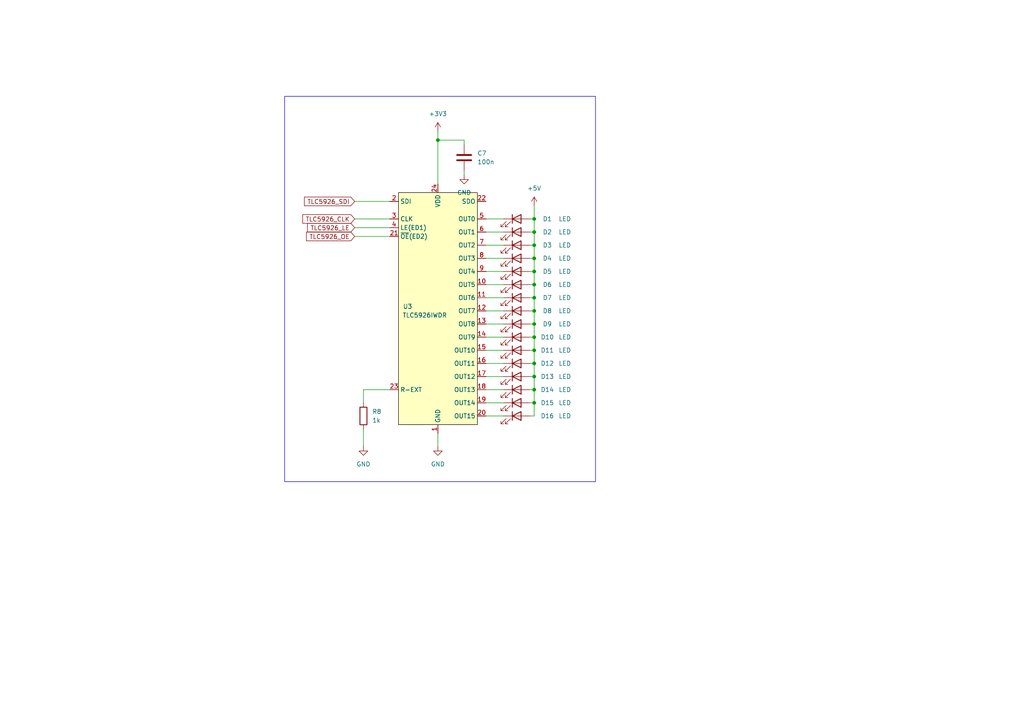
<source format=kicad_sch>
(kicad_sch (version 20230121) (generator eeschema)
  (paper "A4")
  (title_block (title "ledrunner") (date "2024-08-08") (rev "3"))
  (lib_symbols
    (symbol "Custom:TLC5926IWDR"
      (property "Reference" "U" (at -3.81 12.7 0))
      (symbol "TLC5926IWDR_1_1"
        (rectangle (start -11.43 34.29) (end 11.43 -33.02) (stroke (width 0) (color 0 0 0 1)) (fill (type background)))
        (pin power_in line (at 0 -35.56 90) (length 2.54) (name "GND") (number "1"))
        (pin open_collector line (at 13.97 7.62 180) (length 2.54) (name "OUT5") (number "10"))
        (pin open_collector line (at 13.97 3.81 180) (length 2.54) (name "OUT6") (number "11"))
        (pin open_collector line (at 13.97 0 180) (length 2.54) (name "OUT7") (number "12"))
        (pin open_collector line (at 13.97 -3.81 180) (length 2.54) (name "OUT8") (number "13"))
        (pin open_collector line (at 13.97 -7.62 180) (length 2.54) (name "OUT9") (number "14"))
        (pin open_collector line (at 13.97 -11.43 180) (length 2.54) (name "OUT10") (number "15"))
        (pin open_collector line (at 13.97 -15.24 180) (length 2.54) (name "OUT11") (number "16"))
        (pin open_collector line (at 13.97 -19.05 180) (length 2.54) (name "OUT12") (number "17"))
        (pin open_collector line (at 13.97 -22.86 180) (length 2.54) (name "OUT13") (number "18"))
        (pin open_collector line (at 13.97 -26.67 180) (length 2.54) (name "OUT14") (number "19"))
        (pin input line (at -13.97 31.75 0) (length 2.54) (name "SDI") (number "2"))
        (pin open_collector line (at 13.97 -30.48 180) (length 2.54) (name "OUT15") (number "20"))
        (pin input line (at -13.97 21.59 0) (length 2.54) (name "~{OE}(ED2)") (number "21"))
        (pin output line (at 13.97 31.75 180) (length 2.54) (name "SDO") (number "22"))
        (pin output line (at -13.97 -22.86 0) (length 2.54) (name "R-EXT") (number "23"))
        (pin power_in line (at 0 36.83 270) (length 2.54) (name "VDD") (number "24"))
        (pin input line (at -13.97 26.67 0) (length 2.54) (name "CLK") (number "3"))
        (pin input line (at -13.97 24.13 0) (length 2.54) (name "LE(ED1)") (number "4"))
        (pin open_collector line (at 13.97 26.67 180) (length 2.54) (name "OUT0") (number "5"))
        (pin open_collector line (at 13.97 22.86 180) (length 2.54) (name "OUT1") (number "6"))
        (pin open_collector line (at 13.97 19.05 180) (length 2.54) (name "OUT2") (number "7"))
        (pin open_collector line (at 13.97 15.24 180) (length 2.54) (name "OUT3") (number "8"))
        (pin open_collector line (at 13.97 11.43 180) (length 2.54) (name "OUT4") (number "9"))
      )
    )
    (symbol "Device:C" (pin_numbers hide) (pin_names (offset 0.254))
      (property "Reference" "C" (at 0.635 2.54 0))
      (property "Value" "C" (at 0.635 -2.54 0))
      (symbol "C_0_1"
        (polyline (pts (xy -2.032 -0.762) (xy 2.032 -0.762)) (stroke (width 0.508)))
        (polyline (pts (xy -2.032 0.762) (xy 2.032 0.762)) (stroke (width 0.508)))
      )
      (symbol "C_1_1"
        (pin passive line (at 0 3.81 270) (length 2.794) (name "~") (number "1"))
        (pin passive line (at 0 -3.81 90) (length 2.794) (name "~") (number "2"))
      )
    )
    (symbol "Device:LED" (pin_numbers hide) (pin_names (offset 1.016) hide)
      (property "Reference" "D" (at 0 2.54 0))
      (property "Value" "LED" (at 0 -2.54 0))
      (symbol "LED_0_1"
        (polyline (pts (xy -1.27 -1.27) (xy -1.27 1.27)) (stroke (width 0.254)))
        (polyline (pts (xy -1.27 0) (xy 1.27 0)))
        (polyline (pts (xy 1.27 -1.27) (xy 1.27 1.27) (xy -1.27 0) (xy 1.27 -1.27)) (stroke (width 0.254)))
        (polyline (pts (xy -3.048 -0.762) (xy -4.572 -2.286) (xy -3.81 -2.286) (xy -4.572 -2.286) (xy -4.572 -1.524)))
        (polyline (pts (xy -1.778 -0.762) (xy -3.302 -2.286) (xy -2.54 -2.286) (xy -3.302 -2.286) (xy -3.302 -1.524)))
      )
      (symbol "LED_1_1"
        (pin passive line (at -3.81 0 0) (length 2.54) (name "K") (number "1"))
        (pin passive line (at 3.81 0 180) (length 2.54) (name "A") (number "2"))
      )
    )
    (symbol "Device:R" (pin_numbers hide) (pin_names (offset 0))
      (property "Reference" "R" (at 2.032 0 90))
      (property "Value" "R" (at 0 0 90))
      (symbol "R_0_1"
        (rectangle (start -1.016 -2.54) (end 1.016 2.54) (stroke (width 0.254)))
      )
      (symbol "R_1_1"
        (pin passive line (at 0 3.81 270) (length 1.27) (name "~") (number "1"))
        (pin passive line (at 0 -3.81 90) (length 1.27) (name "~") (number "2"))
      )
    )
    (symbol "power:+3V3" (power) (pin_names (offset 0))
      (property "Value" "+3V3" (at 0 3.556 0))
      (symbol "+3V3_0_1"
        (polyline (pts (xy -0.762 1.27) (xy 0 2.54)))
        (polyline (pts (xy 0 0) (xy 0 2.54)))
        (polyline (pts (xy 0 2.54) (xy 0.762 1.27)))
      )
      (symbol "+3V3_1_1"
        (pin power_in line (at 0 0 90) (length 0) hide (name "+3V3") (number "1"))
      )
    )
    (symbol "power:+5V" (power) (pin_names (offset 0))
      (property "Value" "+5V" (at 0 3.556 0))
      (symbol "+5V_0_1"
        (polyline (pts (xy -0.762 1.27) (xy 0 2.54)))
        (polyline (pts (xy 0 0) (xy 0 2.54)))
        (polyline (pts (xy 0 2.54) (xy 0.762 1.27)))
      )
      (symbol "+5V_1_1"
        (pin power_in line (at 0 0 90) (length 0) hide (name "+5V") (number "1"))
      )
    )
    (symbol "power:GND" (power) (pin_names (offset 0))
      (property "Value" "GND" (at 0 -3.81 0))
      (symbol "GND_0_1"
        (polyline (pts (xy 0 0) (xy 0 -1.27) (xy 1.27 -1.27) (xy 0 -2.54) (xy -1.27 -1.27) (xy 0 -1.27)))
      )
      (symbol "GND_1_1"
        (pin power_in line (at 0 0 270) (length 0) hide (name "GND") (number "1"))
      )
    )
  )
  (junction (at 154.94 90.17))
  (junction (at 154.94 105.41))
  (junction (at 154.94 97.79))
  (junction (at 154.94 93.98))
  (junction (at 154.94 63.5))
  (junction (at 154.94 86.36))
  (junction (at 154.94 109.22))
  (junction (at 154.94 78.74))
  (junction (at 127 40.64))
  (junction (at 154.94 82.55))
  (junction (at 154.94 116.84))
  (junction (at 154.94 67.31))
  (junction (at 154.94 113.03))
  (junction (at 154.94 74.93))
  (junction (at 154.94 71.12))
  (junction (at 154.94 101.6))
  (wire (pts (xy 154.94 86.36) (xy 153.67 86.36)))
  (wire (pts (xy 102.87 58.42) (xy 113.03 58.42)))
  (wire (pts (xy 102.87 63.5) (xy 113.03 63.5)))
  (wire (pts (xy 154.94 97.79) (xy 154.94 101.6)))
  (wire (pts (xy 140.97 93.98) (xy 146.05 93.98)))
  (wire (pts (xy 154.94 97.79) (xy 153.67 97.79)))
  (wire (pts (xy 154.94 71.12) (xy 153.67 71.12)))
  (wire (pts (xy 140.97 86.36) (xy 146.05 86.36)))
  (wire (pts (xy 154.94 78.74) (xy 153.67 78.74)))
  (wire (pts (xy 140.97 63.5) (xy 146.05 63.5)))
  (wire (pts (xy 154.94 78.74) (xy 154.94 82.55)))
  (wire (pts (xy 140.97 90.17) (xy 146.05 90.17)))
  (wire (pts (xy 154.94 105.41) (xy 154.94 109.22)))
  (wire (pts (xy 140.97 101.6) (xy 146.05 101.6)))
  (wire (pts (xy 127 40.64) (xy 134.62 40.64)))
  (wire (pts (xy 134.62 40.64) (xy 134.62 41.91)))
  (wire (pts (xy 154.94 71.12) (xy 154.94 74.93)))
  (wire (pts (xy 154.94 86.36) (xy 154.94 90.17)))
  (wire (pts (xy 154.94 67.31) (xy 153.67 67.31)))
  (wire (pts (xy 154.94 63.5) (xy 154.94 67.31)))
  (wire (pts (xy 154.94 93.98) (xy 154.94 97.79)))
  (wire (pts (xy 140.97 105.41) (xy 146.05 105.41)))
  (wire (pts (xy 154.94 101.6) (xy 153.67 101.6)))
  (wire (pts (xy 127 40.64) (xy 127 53.34)))
  (wire (pts (xy 140.97 97.79) (xy 146.05 97.79)))
  (wire (pts (xy 127 129.54) (xy 127 125.73)))
  (wire (pts (xy 154.94 120.65) (xy 153.67 120.65)))
  (wire (pts (xy 154.94 116.84) (xy 153.67 116.84)))
  (wire (pts (xy 127 38.1) (xy 127 40.64)))
  (wire (pts (xy 154.94 90.17) (xy 154.94 93.98)))
  (wire (pts (xy 134.62 49.53) (xy 134.62 50.8)))
  (wire (pts (xy 154.94 101.6) (xy 154.94 105.41)))
  (wire (pts (xy 154.94 82.55) (xy 154.94 86.36)))
  (wire (pts (xy 105.41 116.84) (xy 105.41 113.03)))
  (wire (pts (xy 154.94 109.22) (xy 154.94 113.03)))
  (wire (pts (xy 154.94 82.55) (xy 153.67 82.55)))
  (wire (pts (xy 154.94 74.93) (xy 153.67 74.93)))
  (wire (pts (xy 140.97 120.65) (xy 146.05 120.65)))
  (wire (pts (xy 154.94 109.22) (xy 153.67 109.22)))
  (wire (pts (xy 154.94 93.98) (xy 153.67 93.98)))
  (wire (pts (xy 140.97 78.74) (xy 146.05 78.74)))
  (wire (pts (xy 140.97 71.12) (xy 146.05 71.12)))
  (wire (pts (xy 102.87 68.58) (xy 113.03 68.58)))
  (wire (pts (xy 140.97 82.55) (xy 146.05 82.55)))
  (wire (pts (xy 140.97 116.84) (xy 146.05 116.84)))
  (wire (pts (xy 154.94 113.03) (xy 153.67 113.03)))
  (wire (pts (xy 105.41 113.03) (xy 113.03 113.03)))
  (wire (pts (xy 105.41 124.46) (xy 105.41 129.54)))
  (wire (pts (xy 102.87 66.04) (xy 113.03 66.04)))
  (wire (pts (xy 140.97 113.03) (xy 146.05 113.03)))
  (wire (pts (xy 140.97 74.93) (xy 146.05 74.93)))
  (wire (pts (xy 154.94 59.69) (xy 154.94 63.5)))
  (wire (pts (xy 154.94 113.03) (xy 154.94 116.84)))
  (wire (pts (xy 154.94 105.41) (xy 153.67 105.41)))
  (wire (pts (xy 140.97 109.22) (xy 146.05 109.22)))
  (wire (pts (xy 154.94 74.93) (xy 154.94 78.74)))
  (wire (pts (xy 154.94 90.17) (xy 153.67 90.17)))
  (wire (pts (xy 154.94 63.5) (xy 153.67 63.5)))
  (wire (pts (xy 154.94 67.31) (xy 154.94 71.12)))
  (wire (pts (xy 140.97 67.31) (xy 146.05 67.31)))
  (wire (pts (xy 154.94 116.84) (xy 154.94 120.65)))
  (rectangle (start 82.55 27.94) (end 172.72 139.7))
  (global_label "TLC5926_SDI" (shape input) (at 102.87 58.42 180) (property "Intersheetrefs" "${INTERSHEET_REFS}" (effects hide)))
  (global_label "TLC5926_OE" (shape input) (at 102.87 68.58 180) (property "Intersheetrefs" "${INTERSHEET_REFS}" (effects hide)))
  (global_label "TLC5926_CLK" (shape input) (at 102.87 63.5 180) (property "Intersheetrefs" "${INTERSHEET_REFS}" (effects hide)))
  (global_label "TLC5926_LE" (shape input) (at 102.87 66.04 180) (property "Intersheetrefs" "${INTERSHEET_REFS}" (effects hide)))
  (symbol (lib_id "Device:LED") (at 149.86 105.41 0) (unit 1)
    (property "Reference" "D12" (at 158.75 105.41 0))
    (property "Value" "LED" (at 163.83 105.41 0))
    (property "Footprint" "LED_THT:LED_D5.0mm_FlatTop" (effects hide))
    (property "Datasheet" "https://www.digikey.ch/de/products/detail/lumex-opto-components-inc/SSL-LX5573ID/519609" (effects hide))
  )
  (symbol (lib_id "power:+5V") (at 154.94 59.69 0) (unit 1)
    (property "Reference" "#PWR017" (effects hide))
    (property "Value" "+5V" (at 154.94 54.61 0))
  )
  (symbol (lib_id "Device:C") (at 134.62 45.72 0) (unit 1)
    (property "Reference" "C7" (at 138.43 44.4499 0) (effects (justify left)))
    (property "Value" "100n" (at 138.43 46.9899 0) (effects (justify left)))
    (property "Footprint" "Capacitor_SMD:C_0603_1608Metric_Pad1.08x0.95mm_HandSolder" (effects hide))
  )
  (symbol (lib_id "Device:LED") (at 149.86 67.31 0) (unit 1)
    (property "Reference" "D2" (at 158.75 67.31 0))
    (property "Value" "LED" (at 163.83 67.31 0))
    (property "Footprint" "LED_THT:LED_D5.0mm_FlatTop" (effects hide))
    (property "Datasheet" "https://www.digikey.ch/de/products/detail/lumex-opto-components-inc/SSL-LX5573ID/519609" (effects hide))
  )
  (symbol (lib_id "Custom:TLC5926IWDR") (at 127 90.17 0) (unit 1)
    (property "Reference" "U3" (at 116.84 88.9 0) (effects (justify left)))
    (property "Value" "TLC5926IWDR" (at 123.19 91.44 0))
    (property "Footprint" "Package_SO:SOIC-24W_7.5x15.4mm_P1.27mm" (effects hide))
    (property "Datasheet" "https://www.digikey.de/de/products/detail/texas-instruments/TLC5926IDWR/2057670" (effects hide))
  )
  (symbol (lib_id "Device:LED") (at 149.86 63.5 0) (unit 1)
    (property "Reference" "D1" (at 158.75 63.5 0))
    (property "Value" "LED" (at 163.83 63.5 0))
    (property "Footprint" "LED_THT:LED_D5.0mm_FlatTop" (effects hide))
    (property "Datasheet" "https://www.digikey.ch/de/products/detail/lumex-opto-components-inc/SSL-LX5573ID/519609" (effects hide))
  )
  (symbol (lib_id "Device:LED") (at 149.86 113.03 0) (unit 1)
    (property "Reference" "D14" (at 158.75 113.03 0))
    (property "Value" "LED" (at 163.83 113.03 0))
    (property "Footprint" "LED_THT:LED_D5.0mm_FlatTop" (effects hide))
    (property "Datasheet" "https://www.digikey.ch/de/products/detail/lumex-opto-components-inc/SSL-LX5573ID/519609" (effects hide))
  )
  (symbol (lib_id "Device:LED") (at 149.86 86.36 0) (unit 1)
    (property "Reference" "D7" (at 158.75 86.36 0))
    (property "Value" "LED" (at 163.83 86.36 0))
    (property "Footprint" "LED_THT:LED_D5.0mm_FlatTop" (effects hide))
    (property "Datasheet" "https://www.digikey.ch/de/products/detail/lumex-opto-components-inc/SSL-LX5573ID/519609" (effects hide))
  )
  (symbol (lib_id "Device:LED") (at 149.86 97.79 0) (unit 1)
    (property "Reference" "D10" (at 158.75 97.79 0))
    (property "Value" "LED" (at 163.83 97.79 0))
    (property "Footprint" "LED_THT:LED_D5.0mm_FlatTop" (effects hide))
    (property "Datasheet" "https://www.digikey.ch/de/products/detail/lumex-opto-components-inc/SSL-LX5573ID/519609" (effects hide))
  )
  (symbol (lib_id "Device:LED") (at 149.86 90.17 0) (unit 1)
    (property "Reference" "D8" (at 158.75 90.17 0))
    (property "Value" "LED" (at 163.83 90.17 0))
    (property "Footprint" "LED_THT:LED_D5.0mm_FlatTop" (effects hide))
    (property "Datasheet" "https://www.digikey.ch/de/products/detail/lumex-opto-components-inc/SSL-LX5573ID/519609" (effects hide))
  )
  (symbol (lib_id "Device:LED") (at 149.86 93.98 0) (unit 1)
    (property "Reference" "D9" (at 158.75 93.98 0))
    (property "Value" "LED" (at 163.83 93.98 0))
    (property "Footprint" "LED_THT:LED_D5.0mm_FlatTop" (effects hide))
    (property "Datasheet" "https://www.digikey.ch/de/products/detail/lumex-opto-components-inc/SSL-LX5573ID/519609" (effects hide))
  )
  (symbol (lib_id "Device:LED") (at 149.86 120.65 0) (unit 1)
    (property "Reference" "D16" (at 158.75 120.65 0))
    (property "Value" "LED" (at 163.83 120.65 0))
    (property "Footprint" "LED_THT:LED_D5.0mm_FlatTop" (effects hide))
    (property "Datasheet" "https://www.digikey.ch/de/products/detail/lumex-opto-components-inc/SSL-LX5573ID/519609" (effects hide))
  )
  (symbol (lib_id "power:GND") (at 134.62 50.8 0) (unit 1)
    (property "Reference" "#PWR016" (effects hide))
    (property "Value" "GND" (at 134.62 55.88 0))
  )
  (symbol (lib_id "Device:LED") (at 149.86 74.93 0) (unit 1)
    (property "Reference" "D4" (at 158.75 74.93 0))
    (property "Value" "LED" (at 163.83 74.93 0))
    (property "Footprint" "LED_THT:LED_D5.0mm_FlatTop" (effects hide))
    (property "Datasheet" "https://www.digikey.ch/de/products/detail/lumex-opto-components-inc/SSL-LX5573ID/519609" (effects hide))
  )
  (symbol (lib_id "Device:R") (at 105.41 120.65 0) (unit 1)
    (property "Reference" "R8" (at 107.95 119.38 0) (effects (justify left)))
    (property "Value" "1k" (at 107.95 121.92 0) (effects (justify left)))
    (property "Footprint" "Resistor_SMD:R_0603_1608Metric_Pad0.98x0.95mm_HandSolder" (effects hide))
  )
  (symbol (lib_id "Device:LED") (at 149.86 78.74 0) (unit 1)
    (property "Reference" "D5" (at 158.75 78.74 0))
    (property "Value" "LED" (at 163.83 78.74 0))
    (property "Footprint" "LED_THT:LED_D5.0mm_FlatTop" (effects hide))
    (property "Datasheet" "https://www.digikey.ch/de/products/detail/lumex-opto-components-inc/SSL-LX5573ID/519609" (effects hide))
  )
  (symbol (lib_id "power:+3V3") (at 127 38.1 0) (unit 1)
    (property "Reference" "#PWR014" (effects hide))
    (property "Value" "+3V3" (at 127 33.02 0))
  )
  (symbol (lib_id "Device:LED") (at 149.86 82.55 0) (unit 1)
    (property "Reference" "D6" (at 158.75 82.55 0))
    (property "Value" "LED" (at 163.83 82.55 0))
    (property "Footprint" "LED_THT:LED_D5.0mm_FlatTop" (effects hide))
    (property "Datasheet" "https://www.digikey.ch/de/products/detail/lumex-opto-components-inc/SSL-LX5573ID/519609" (effects hide))
  )
  (symbol (lib_id "Device:LED") (at 149.86 71.12 0) (unit 1)
    (property "Reference" "D3" (at 158.75 71.12 0))
    (property "Value" "LED" (at 163.83 71.12 0))
    (property "Footprint" "LED_THT:LED_D5.0mm_FlatTop" (effects hide))
    (property "Datasheet" "https://www.digikey.ch/de/products/detail/lumex-opto-components-inc/SSL-LX5573ID/519609" (effects hide))
  )
  (symbol (lib_id "Device:LED") (at 149.86 116.84 0) (unit 1)
    (property "Reference" "D15" (at 158.75 116.84 0))
    (property "Value" "LED" (at 163.83 116.84 0))
    (property "Footprint" "LED_THT:LED_D5.0mm_FlatTop" (effects hide))
    (property "Datasheet" "https://www.digikey.ch/de/products/detail/lumex-opto-components-inc/SSL-LX5573ID/519609" (effects hide))
  )
  (symbol (lib_id "Device:LED") (at 149.86 109.22 0) (unit 1)
    (property "Reference" "D13" (at 158.75 109.22 0))
    (property "Value" "LED" (at 163.83 109.22 0))
    (property "Footprint" "LED_THT:LED_D5.0mm_FlatTop" (effects hide))
    (property "Datasheet" "https://www.digikey.ch/de/products/detail/lumex-opto-components-inc/SSL-LX5573ID/519609" (effects hide))
  )
  (symbol (lib_id "power:GND") (at 127 129.54 0) (unit 1)
    (property "Reference" "#PWR015" (effects hide))
    (property "Value" "GND" (at 127 134.62 0))
  )
  (symbol (lib_id "Device:LED") (at 149.86 101.6 0) (unit 1)
    (property "Reference" "D11" (at 158.75 101.6 0))
    (property "Value" "LED" (at 163.83 101.6 0))
    (property "Footprint" "LED_THT:LED_D5.0mm_FlatTop" (effects hide))
    (property "Datasheet" "https://www.digikey.ch/de/products/detail/lumex-opto-components-inc/SSL-LX5573ID/519609" (effects hide))
  )
  (symbol (lib_id "power:GND") (at 105.41 129.54 0) (unit 1)
    (property "Reference" "#PWR013" (effects hide))
    (property "Value" "GND" (at 105.41 134.62 0))
  )
)
</source>
